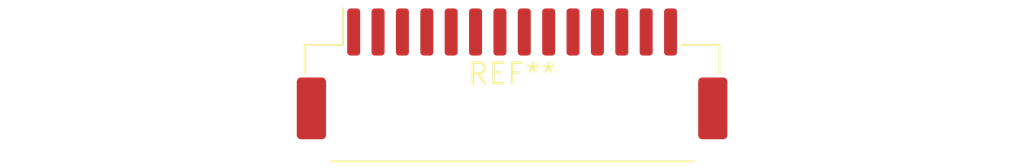
<source format=kicad_pcb>
(kicad_pcb (version 20240108) (generator pcbnew)
  (layers (0 "F.Cu" signal) (31 "B.Cu" signal) (34 "B.Paste" user) (35 "F.Paste" user) (36 "B.SilkS" user "B.Silkscreen") (37 "F.SilkS" user "F.Silkscreen") (38 "B.Mask" user) (39 "F.Mask" user) (44 "Edge.Cuts" user))
  (net 0 "")
  (footprint "Molex_CLIK-Mate_502585-1470_1x14-1MP_P1.50mm_Horizontal" (layer "F.Cu") (at 0 0)
    (property "Reference" "REF**")
    (property "Value" "Molex_CLIK-Mate_502585-1470_1x14-1MP_P1.50mm_Horizontal")
    (fp_line (start -12.76 -1.785) (end -10.41 -1.785) (layer "F.SilkS") (stroke (width 0.12)))
    (fp_line (start -12.76 -0.035) (end -12.76 -1.785) (layer "F.SilkS") (stroke (width 0.12)))
    (fp_line (start -11.19 5.385) (end 11.19 5.385) (layer "F.SilkS") (stroke (width 0.12)))
    (fp_line (start -10.41 -1.785) (end -10.41 -4.025) (layer "F.SilkS") (stroke (width 0.12)))
    (fp_line (start 12.76 -1.785) (end 10.41 -1.785) (layer "F.SilkS") (stroke (width 0.12)))
    (fp_line (start 12.76 -0.035) (end 12.76 -1.785) (layer "F.SilkS") (stroke (width 0.12)))
    (pad "1" smd roundrect (at -9.75 -2.575) (size 0.8 2.9) (layers "F.Cu" "F.Paste" "F.Mask"))
    (pad "2" smd roundrect (at -8.25 -2.575) (size 0.8 2.9) (layers "F.Cu" "F.Paste" "F.Mask"))
    (pad "3" smd roundrect (at -6.75 -2.575) (size 0.8 2.9) (layers "F.Cu" "F.Paste" "F.Mask"))
    (pad "4" smd roundrect (at -5.25 -2.575) (size 0.8 2.9) (layers "F.Cu" "F.Paste" "F.Mask"))
    (pad "5" smd roundrect (at -3.75 -2.575) (size 0.8 2.9) (layers "F.Cu" "F.Paste" "F.Mask"))
    (pad "6" smd roundrect (at -2.25 -2.575) (size 0.8 2.9) (layers "F.Cu" "F.Paste" "F.Mask"))
    (pad "7" smd roundrect (at -0.75 -2.575) (size 0.8 2.9) (layers "F.Cu" "F.Paste" "F.Mask"))
    (pad "8" smd roundrect (at 0.75 -2.575) (size 0.8 2.9) (layers "F.Cu" "F.Paste" "F.Mask"))
    (pad "9" smd roundrect (at 2.25 -2.575) (size 0.8 2.9) (layers "F.Cu" "F.Paste" "F.Mask"))
    (pad "10" smd roundrect (at 3.75 -2.575) (size 0.8 2.9) (layers "F.Cu" "F.Paste" "F.Mask"))
    (pad "11" smd roundrect (at 5.25 -2.575) (size 0.8 2.9) (layers "F.Cu" "F.Paste" "F.Mask"))
    (pad "12" smd roundrect (at 6.75 -2.575) (size 0.8 2.9) (layers "F.Cu" "F.Paste" "F.Mask"))
    (pad "13" smd roundrect (at 8.25 -2.575) (size 0.8 2.9) (layers "F.Cu" "F.Paste" "F.Mask"))
    (pad "14" smd roundrect (at 9.75 -2.575) (size 0.8 2.9) (layers "F.Cu" "F.Paste" "F.Mask"))
    (pad "MP" smd roundrect (at -12.35 2.125) (size 1.8 3.8) (layers "F.Cu" "F.Paste" "F.Mask") (roundrect_rratio 0.138889))
    (pad "MP" smd roundrect (at 12.35 2.125) (size 1.8 3.8) (layers "F.Cu" "F.Paste" "F.Mask") (roundrect_rratio 0.138889))
  )
)
</source>
